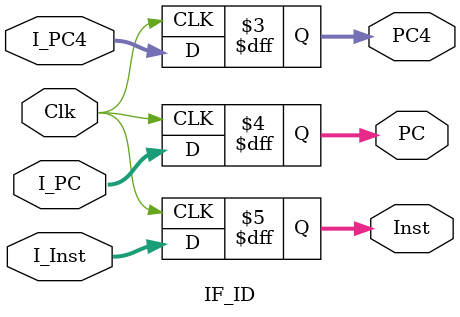
<source format=v>
`timescale 1ns / 1ps
module IF_ID(Clk, I_PC4, I_PC, I_Inst, PC4, PC, Inst
    );
	 input Clk;
	 input [31:0] I_PC4, I_PC, I_Inst;		//从IF流水段输入的信号；
	 output reg [31:0] PC4, PC, Inst;		//输出至ID流水段的信号；
	 
	 always @ (negedge Clk)
	   begin
		  PC4  <= I_PC4;
		  PC   <= I_PC;
		  Inst <= I_Inst;
		end
	 
	 initial begin							//对流水线寄存器进行初始化；
	   PC4 = 32'h0; PC = 32'h0; Inst = 32'h0;
	 end
endmodule

</source>
